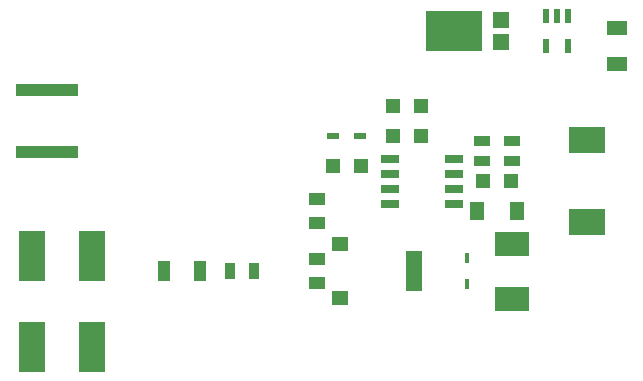
<source format=gbr>
G04 EAGLE Gerber RS-274X export*
G75*
%MOMM*%
%FSLAX34Y34*%
%LPD*%
%INSolderpaste Bottom*%
%IPPOS*%
%AMOC8*
5,1,8,0,0,1.08239X$1,22.5*%
G01*
%ADD10R,2.300000X4.300000*%
%ADD11R,3.000000X2.000000*%
%ADD12R,1.075000X0.500000*%
%ADD13R,1.400000X1.400000*%
%ADD14R,4.860000X3.360000*%
%ADD15R,1.528000X0.650000*%
%ADD16R,0.600000X1.200000*%
%ADD17R,1.400000X1.200000*%
%ADD18R,1.400000X3.500000*%
%ADD19R,1.400000X1.100000*%
%ADD20R,1.250000X1.500000*%
%ADD21R,1.150000X1.150000*%
%ADD22R,1.800000X1.200000*%
%ADD23R,0.420000X0.870000*%
%ADD24R,1.430000X0.940000*%
%ADD25R,1.050000X1.800000*%
%ADD26R,0.950000X1.450000*%
%ADD27R,5.350000X1.060000*%
%ADD28R,3.150000X2.300000*%


D10*
X114200Y114700D03*
X114200Y37700D03*
X165200Y37700D03*
X165200Y114700D03*
D11*
X520700Y124850D03*
X520700Y78350D03*
D12*
X369500Y215900D03*
X392500Y215900D03*
D13*
X511150Y295600D03*
X511150Y314000D03*
D14*
X471350Y304800D03*
D15*
X471610Y196850D03*
X471610Y184150D03*
X471610Y171450D03*
X471610Y158750D03*
X417390Y158750D03*
X417390Y171450D03*
X417390Y184150D03*
X417390Y196850D03*
D16*
X549300Y317300D03*
X558800Y317300D03*
X568300Y317300D03*
X568300Y292300D03*
X549300Y292300D03*
D17*
X375400Y78600D03*
D18*
X437400Y101600D03*
D17*
X375400Y124600D03*
D19*
X355600Y111600D03*
X355600Y91600D03*
X355600Y142400D03*
X355600Y162400D03*
D20*
X525250Y152400D03*
X490750Y152400D03*
D21*
X496250Y177800D03*
X519750Y177800D03*
X392750Y190500D03*
X369250Y190500D03*
D22*
X609600Y277100D03*
X609600Y307100D03*
D21*
X443550Y215900D03*
X420050Y215900D03*
X420050Y241300D03*
X443550Y241300D03*
D23*
X482600Y112850D03*
X482600Y90350D03*
D24*
X495300Y195000D03*
X495300Y211400D03*
X520700Y195000D03*
X520700Y211400D03*
D25*
X226300Y101600D03*
X256300Y101600D03*
D26*
X302100Y101600D03*
X282100Y101600D03*
D27*
X127000Y202600D03*
X127000Y254600D03*
D28*
X584200Y212800D03*
X584200Y142800D03*
M02*

</source>
